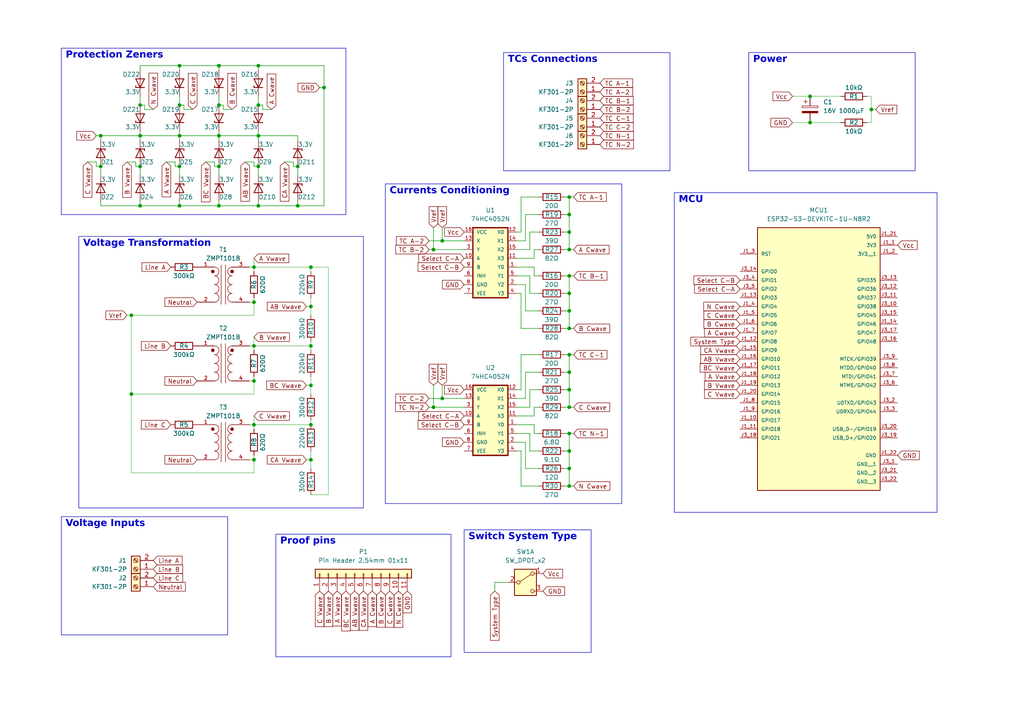
<source format=kicad_sch>
(kicad_sch (version 20230121) (generator eeschema)
  (paper "A4")
  (junction (at 86.36 48.26))
  (junction (at 165.1 140.97))
  (junction (at 165.1 80.01))
  (junction (at 165.1 118.11))
  (junction (at 38.1 91.44))
  (junction (at 93.98 25.4))
  (junction (at 128.27 69.85))
  (junction (at 74.93 19.05))
  (junction (at 90.17 88.9))
  (junction (at 74.93 39.37))
  (junction (at 165.1 85.09))
  (junction (at 40.64 39.37))
  (junction (at 165.1 113.03))
  (junction (at 90.17 111.76))
  (junction (at 165.1 107.95))
  (junction (at 165.1 135.89))
  (junction (at 52.07 39.37))
  (junction (at 52.07 48.26))
  (junction (at 73.66 123.19))
  (junction (at 252.73 31.75))
  (junction (at 29.21 39.37))
  (junction (at 165.1 95.25))
  (junction (at 128.27 115.57))
  (junction (at 74.93 48.26))
  (junction (at 125.73 118.11))
  (junction (at 63.5 39.37))
  (junction (at 74.93 59.69))
  (junction (at 90.17 133.35))
  (junction (at 29.21 48.26))
  (junction (at 63.5 59.69))
  (junction (at 63.5 19.05))
  (junction (at 165.1 125.73))
  (junction (at 63.5 48.26))
  (junction (at 73.66 77.47))
  (junction (at 165.1 102.87))
  (junction (at 90.17 123.19))
  (junction (at 86.36 59.69))
  (junction (at 73.66 110.49))
  (junction (at 234.95 27.94))
  (junction (at 74.93 30.48))
  (junction (at 125.73 72.39))
  (junction (at 90.17 77.47))
  (junction (at 40.64 48.26))
  (junction (at 90.17 100.33))
  (junction (at 73.66 87.63))
  (junction (at 40.64 59.69))
  (junction (at 73.66 100.33))
  (junction (at 38.1 114.3))
  (junction (at 52.07 30.48))
  (junction (at 165.1 90.17))
  (junction (at 40.64 30.48))
  (junction (at 234.95 35.56))
  (junction (at 165.1 62.23))
  (junction (at 52.07 59.69))
  (junction (at 165.1 72.39))
  (junction (at 165.1 57.15))
  (junction (at 63.5 30.48))
  (junction (at 165.1 67.31))
  (junction (at 73.66 133.35))
  (junction (at 52.07 19.05))
  (junction (at 165.1 130.81))
  (wire (pts (xy 124.46 72.39) (xy 125.73 72.39)))
  (wire (pts (xy 143.51 171.45) (xy 143.51 168.91)))
  (wire (pts (xy 73.66 109.22) (xy 73.66 110.49)) (stroke (width 0.1)))
  (wire (pts (xy 153.67 130.81) (xy 156.21 130.81)))
  (wire (pts (xy 74.93 30.48) (xy 74.93 27.94)))
  (wire (pts (xy 40.64 39.37) (xy 40.64 40.64)))
  (wire (pts (xy 165.1 140.97) (xy 163.83 140.97)))
  (wire (pts (xy 165.1 113.03) (xy 163.83 113.03)))
  (wire (pts (xy 165.1 107.95) (xy 165.1 113.03)))
  (wire (pts (xy 72.39 133.35) (xy 73.66 133.35)) (stroke (width 0.1)))
  (wire (pts (xy 50.8 48.26) (xy 52.07 48.26)))
  (wire (pts (xy 149.86 118.11) (xy 153.67 118.11)))
  (wire (pts (xy 95.25 143.51) (xy 90.17 143.51)) (stroke (width 0.1)))
  (wire (pts (xy 165.1 125.73) (xy 165.1 130.81)))
  (wire (pts (xy 90.17 86.36) (xy 90.17 88.9)) (stroke (width 0.1)))
  (wire (pts (xy 152.4 82.55) (xy 152.4 90.17)))
  (wire (pts (xy 50.8 46.99) (xy 50.8 48.26)))
  (wire (pts (xy 152.4 115.57) (xy 152.4 107.95)))
  (wire (pts (xy 151.13 67.31) (xy 151.13 57.15)))
  (wire (pts (xy 153.67 67.31) (xy 156.21 67.31)))
  (wire (pts (xy 74.93 39.37) (xy 86.36 39.37)))
  (wire (pts (xy 73.66 97.79) (xy 73.66 100.33)) (stroke (width 0.1)))
  (wire (pts (xy 149.86 74.93) (xy 154.94 74.93)))
  (wire (pts (xy 29.21 58.42) (xy 29.21 59.69)))
  (wire (pts (xy 40.64 58.42) (xy 40.64 59.69)))
  (wire (pts (xy 93.98 25.4) (xy 93.98 19.05)))
  (wire (pts (xy 128.27 66.04) (xy 128.27 69.85)))
  (wire (pts (xy 73.66 124.46) (xy 73.66 123.19)) (stroke (width 0.1)))
  (wire (pts (xy 152.4 107.95) (xy 156.21 107.95)))
  (wire (pts (xy 124.46 118.11) (xy 125.73 118.11)))
  (wire (pts (xy 165.1 102.87) (xy 165.1 107.95)))
  (wire (pts (xy 149.86 120.65) (xy 154.94 120.65)))
  (wire (pts (xy 165.1 95.25) (xy 163.83 95.25)))
  (wire (pts (xy 154.94 72.39) (xy 156.21 72.39)))
  (wire (pts (xy 252.73 35.56) (xy 251.46 35.56)) (stroke (width 0.1)))
  (wire (pts (xy 165.1 62.23) (xy 163.83 62.23)))
  (wire (pts (xy 165.1 130.81) (xy 163.83 130.81)))
  (wire (pts (xy 165.1 67.31) (xy 163.83 67.31)))
  (wire (pts (xy 90.17 77.47) (xy 95.25 77.47)) (stroke (width 0.1)))
  (wire (pts (xy 152.4 135.89) (xy 156.21 135.89)))
  (wire (pts (xy 149.86 128.27) (xy 152.4 128.27)))
  (wire (pts (xy 82.55 46.99) (xy 85.09 46.99)))
  (wire (pts (xy 153.67 118.11) (xy 153.67 113.03)))
  (wire (pts (xy 149.86 113.03) (xy 151.13 113.03)))
  (wire (pts (xy 73.66 120.65) (xy 73.66 123.19)) (stroke (width 0.1)))
  (wire (pts (xy 64.77 30.48) (xy 63.5 30.48)))
  (wire (pts (xy 73.66 86.36) (xy 73.66 87.63)) (stroke (width 0.1)))
  (wire (pts (xy 90.17 111.76) (xy 90.17 114.3)) (stroke (width 0.1)))
  (wire (pts (xy 163.83 102.87) (xy 165.1 102.87)))
  (wire (pts (xy 149.86 72.39) (xy 153.67 72.39)))
  (wire (pts (xy 154.94 74.93) (xy 154.94 72.39)))
  (wire (pts (xy 229.87 35.56) (xy 234.95 35.56)) (stroke (width 0.1)))
  (wire (pts (xy 38.1 114.3) (xy 38.1 137.16)) (stroke (width 0.1)))
  (wire (pts (xy 88.9 88.9) (xy 90.17 88.9)) (stroke (width 0.1)))
  (wire (pts (xy 73.66 123.19) (xy 90.17 123.19)) (stroke (width 0.1)))
  (wire (pts (xy 151.13 113.03) (xy 151.13 102.87)))
  (wire (pts (xy 165.1 118.11) (xy 163.83 118.11)))
  (wire (pts (xy 88.9 111.76) (xy 90.17 111.76)) (stroke (width 0.1)))
  (wire (pts (xy 72.39 77.47) (xy 73.66 77.47)) (stroke (width 0.1)))
  (wire (pts (xy 143.51 168.91) (xy 147.32 168.91)))
  (wire (pts (xy 29.21 40.64) (xy 29.21 39.37)))
  (wire (pts (xy 38.1 91.44) (xy 38.1 114.3)) (stroke (width 0.1)))
  (wire (pts (xy 151.13 85.09) (xy 151.13 95.25)))
  (wire (pts (xy 73.66 87.63) (xy 73.66 91.44)) (stroke (width 0.1)))
  (wire (pts (xy 154.94 77.47) (xy 154.94 80.01)))
  (wire (pts (xy 252.73 27.94) (xy 252.73 31.75)) (stroke (width 0.1)))
  (wire (pts (xy 153.67 80.01) (xy 153.67 85.09)))
  (wire (pts (xy 44.45 31.75) (xy 41.91 31.75)))
  (wire (pts (xy 165.1 80.01) (xy 165.1 85.09)))
  (wire (pts (xy 151.13 130.81) (xy 151.13 140.97)))
  (wire (pts (xy 95.25 77.47) (xy 95.25 143.51)) (stroke (width 0.1)))
  (wire (pts (xy 90.17 109.22) (xy 90.17 111.76)) (stroke (width 0.1)))
  (wire (pts (xy 93.98 19.05) (xy 74.93 19.05)))
  (wire (pts (xy 90.17 77.47) (xy 90.17 78.74)) (stroke (width 0.1)))
  (wire (pts (xy 165.1 90.17) (xy 163.83 90.17)))
  (wire (pts (xy 165.1 72.39) (xy 163.83 72.39)))
  (wire (pts (xy 165.1 118.11) (xy 166.37 118.11)))
  (wire (pts (xy 90.17 133.35) (xy 90.17 135.89)) (stroke (width 0.1)))
  (wire (pts (xy 153.67 125.73) (xy 153.67 130.81)))
  (wire (pts (xy 29.21 39.37) (xy 40.64 39.37)))
  (wire (pts (xy 165.1 57.15) (xy 163.83 57.15)))
  (wire (pts (xy 73.66 132.08) (xy 73.66 133.35)) (stroke (width 0.1)))
  (wire (pts (xy 124.46 69.85) (xy 128.27 69.85)))
  (wire (pts (xy 73.66 101.6) (xy 73.66 100.33)) (stroke (width 0.1)))
  (wire (pts (xy 125.73 72.39) (xy 134.62 72.39)))
  (wire (pts (xy 40.64 38.1) (xy 40.64 39.37)))
  (wire (pts (xy 165.1 107.95) (xy 163.83 107.95)))
  (wire (pts (xy 73.66 77.47) (xy 90.17 77.47)) (stroke (width 0.1)))
  (wire (pts (xy 36.83 46.99) (xy 39.37 46.99)))
  (wire (pts (xy 63.5 19.05) (xy 52.07 19.05)))
  (wire (pts (xy 73.66 78.74) (xy 73.66 77.47)) (stroke (width 0.1)))
  (wire (pts (xy 41.91 30.48) (xy 40.64 30.48)))
  (wire (pts (xy 252.73 31.75) (xy 252.73 35.56)) (stroke (width 0.1)))
  (wire (pts (xy 90.17 99.06) (xy 90.17 100.33)) (stroke (width 0.1)))
  (wire (pts (xy 165.1 62.23) (xy 165.1 57.15)))
  (wire (pts (xy 67.31 31.75) (xy 64.77 31.75)))
  (wire (pts (xy 76.2 30.48) (xy 74.93 30.48)))
  (wire (pts (xy 90.17 123.19) (xy 90.17 121.92)) (stroke (width 0.1)))
  (wire (pts (xy 74.93 38.1) (xy 74.93 39.37)))
  (wire (pts (xy 152.4 69.85) (xy 152.4 62.23)))
  (wire (pts (xy 63.5 58.42) (xy 63.5 59.69)))
  (wire (pts (xy 88.9 133.35) (xy 90.17 133.35)) (stroke (width 0.1)))
  (wire (pts (xy 165.1 85.09) (xy 163.83 85.09)))
  (wire (pts (xy 165.1 80.01) (xy 163.83 80.01)))
  (wire (pts (xy 165.1 140.97) (xy 166.37 140.97)))
  (wire (pts (xy 86.36 39.37) (xy 86.36 40.64)))
  (wire (pts (xy 52.07 30.48) (xy 52.07 27.94)))
  (wire (pts (xy 53.34 31.75) (xy 53.34 30.48)))
  (wire (pts (xy 149.86 130.81) (xy 151.13 130.81)))
  (wire (pts (xy 74.93 59.69) (xy 86.36 59.69)))
  (wire (pts (xy 74.93 58.42) (xy 74.93 59.69)))
  (wire (pts (xy 125.73 118.11) (xy 134.62 118.11)))
  (wire (pts (xy 163.83 125.73) (xy 165.1 125.73)))
  (wire (pts (xy 85.09 46.99) (xy 85.09 48.26)))
  (wire (pts (xy 74.93 19.05) (xy 63.5 19.05)))
  (wire (pts (xy 149.86 67.31) (xy 151.13 67.31)))
  (wire (pts (xy 152.4 62.23) (xy 156.21 62.23)))
  (wire (pts (xy 252.73 31.75) (xy 254 31.75)) (stroke (width 0.1)))
  (wire (pts (xy 52.07 59.69) (xy 63.5 59.69)))
  (wire (pts (xy 154.94 125.73) (xy 156.21 125.73)))
  (wire (pts (xy 55.88 31.75) (xy 53.34 31.75)))
  (wire (pts (xy 90.17 100.33) (xy 90.17 101.6)) (stroke (width 0.1)))
  (wire (pts (xy 149.86 77.47) (xy 154.94 77.47)))
  (wire (pts (xy 63.5 39.37) (xy 74.93 39.37)))
  (wire (pts (xy 151.13 95.25) (xy 156.21 95.25)))
  (wire (pts (xy 38.1 91.44) (xy 36.83 91.44)) (stroke (width 0.1)))
  (wire (pts (xy 165.1 102.87) (xy 166.37 102.87)))
  (wire (pts (xy 149.86 123.19) (xy 154.94 123.19)))
  (wire (pts (xy 151.13 85.09) (xy 149.86 85.09)))
  (wire (pts (xy 52.07 58.42) (xy 52.07 59.69)))
  (wire (pts (xy 62.23 48.26) (xy 63.5 48.26)))
  (wire (pts (xy 72.39 100.33) (xy 73.66 100.33)) (stroke (width 0.1)))
  (wire (pts (xy 151.13 57.15) (xy 156.21 57.15)))
  (wire (pts (xy 74.93 19.05) (xy 74.93 20.32)))
  (wire (pts (xy 40.64 39.37) (xy 52.07 39.37)))
  (wire (pts (xy 152.4 90.17) (xy 156.21 90.17)))
  (wire (pts (xy 29.21 59.69) (xy 40.64 59.69)))
  (wire (pts (xy 149.86 80.01) (xy 153.67 80.01)))
  (wire (pts (xy 128.27 69.85) (xy 134.62 69.85)))
  (wire (pts (xy 154.94 80.01) (xy 156.21 80.01)))
  (wire (pts (xy 52.07 19.05) (xy 52.07 20.32)))
  (wire (pts (xy 73.66 114.3) (xy 73.66 110.49)) (stroke (width 0.1)))
  (wire (pts (xy 152.4 128.27) (xy 152.4 135.89)))
  (wire (pts (xy 165.1 72.39) (xy 166.37 72.39)))
  (wire (pts (xy 128.27 111.76) (xy 128.27 115.57)))
  (wire (pts (xy 90.17 88.9) (xy 90.17 91.44)) (stroke (width 0.1)))
  (wire (pts (xy 125.73 66.04) (xy 125.73 72.39)))
  (wire (pts (xy 234.95 35.56) (xy 243.84 35.56)) (stroke (width 0.1)))
  (wire (pts (xy 86.36 59.69) (xy 93.98 59.69)))
  (wire (pts (xy 149.86 82.55) (xy 152.4 82.55)))
  (wire (pts (xy 151.13 140.97) (xy 156.21 140.97)))
  (wire (pts (xy 166.37 80.01) (xy 165.1 80.01)))
  (wire (pts (xy 153.67 113.03) (xy 156.21 113.03)))
  (wire (pts (xy 124.46 115.57) (xy 128.27 115.57)))
  (wire (pts (xy 72.39 123.19) (xy 73.66 123.19)) (stroke (width 0.1)))
  (wire (pts (xy 52.07 48.26) (xy 52.07 50.8)))
  (wire (pts (xy 73.66 91.44) (xy 38.1 91.44)) (stroke (width 0.1)))
  (wire (pts (xy 73.66 100.33) (xy 90.17 100.33)) (stroke (width 0.1)))
  (wire (pts (xy 149.86 69.85) (xy 152.4 69.85)))
  (wire (pts (xy 48.26 46.99) (xy 50.8 46.99)))
  (wire (pts (xy 52.07 19.05) (xy 40.64 19.05)))
  (wire (pts (xy 165.1 125.73) (xy 166.37 125.73)))
  (wire (pts (xy 71.12 46.99) (xy 73.66 46.99)))
  (wire (pts (xy 86.36 59.69) (xy 86.36 58.42)))
  (wire (pts (xy 85.09 48.26) (xy 86.36 48.26)))
  (wire (pts (xy 165.1 113.03) (xy 165.1 118.11)))
  (wire (pts (xy 153.67 72.39) (xy 153.67 67.31)))
  (wire (pts (xy 165.1 95.25) (xy 166.37 95.25)))
  (wire (pts (xy 39.37 48.26) (xy 40.64 48.26)))
  (wire (pts (xy 73.66 137.16) (xy 73.66 133.35)) (stroke (width 0.1)))
  (wire (pts (xy 27.94 48.26) (xy 29.21 48.26)))
  (wire (pts (xy 165.1 85.09) (xy 165.1 90.17)))
  (wire (pts (xy 29.21 48.26) (xy 29.21 50.8)))
  (wire (pts (xy 63.5 59.69) (xy 74.93 59.69)))
  (wire (pts (xy 73.66 74.93) (xy 73.66 77.47)) (stroke (width 0.1)))
  (wire (pts (xy 153.67 85.09) (xy 156.21 85.09)))
  (wire (pts (xy 63.5 19.05) (xy 63.5 20.32)))
  (wire (pts (xy 86.36 48.26) (xy 86.36 50.8)))
  (wire (pts (xy 165.1 62.23) (xy 165.1 67.31)))
  (wire (pts (xy 25.4 46.99) (xy 27.94 46.99)))
  (wire (pts (xy 27.94 46.99) (xy 27.94 48.26)))
  (wire (pts (xy 39.37 46.99) (xy 39.37 48.26)))
  (wire (pts (xy 165.1 67.31) (xy 165.1 72.39)))
  (wire (pts (xy 63.5 38.1) (xy 63.5 39.37)))
  (wire (pts (xy 90.17 130.81) (xy 90.17 133.35)) (stroke (width 0.1)))
  (wire (pts (xy 40.64 19.05) (xy 40.64 20.32)))
  (wire (pts (xy 154.94 123.19) (xy 154.94 125.73)))
  (wire (pts (xy 40.64 30.48) (xy 40.64 27.94)))
  (wire (pts (xy 63.5 30.48) (xy 63.5 27.94)))
  (wire (pts (xy 40.64 59.69) (xy 52.07 59.69)))
  (wire (pts (xy 52.07 38.1) (xy 52.07 39.37)))
  (wire (pts (xy 52.07 39.37) (xy 63.5 39.37)))
  (wire (pts (xy 165.1 90.17) (xy 165.1 95.25)))
  (wire (pts (xy 151.13 102.87) (xy 156.21 102.87)))
  (wire (pts (xy 149.86 115.57) (xy 152.4 115.57)))
  (wire (pts (xy 73.66 48.26) (xy 74.93 48.26)))
  (wire (pts (xy 63.5 39.37) (xy 63.5 40.64)))
  (wire (pts (xy 53.34 30.48) (xy 52.07 30.48)))
  (wire (pts (xy 38.1 137.16) (xy 73.66 137.16)) (stroke (width 0.1)))
  (wire (pts (xy 93.98 25.4) (xy 92.71 25.4)))
  (wire (pts (xy 72.39 110.49) (xy 73.66 110.49)) (stroke (width 0.1)))
  (wire (pts (xy 62.23 46.99) (xy 62.23 48.26)))
  (wire (pts (xy 40.64 48.26) (xy 40.64 50.8)))
  (wire (pts (xy 165.1 135.89) (xy 163.83 135.89)))
  (wire (pts (xy 252.73 27.94) (xy 251.46 27.94)) (stroke (width 0.1)))
  (wire (pts (xy 229.87 27.94) (xy 234.95 27.94)) (stroke (width 0.1)))
  (wire (pts (xy 41.91 31.75) (xy 41.91 30.48)))
  (wire (pts (xy 38.1 114.3) (xy 73.66 114.3)) (stroke (width 0.1)))
  (wire (pts (xy 52.07 39.37) (xy 52.07 40.64)))
  (wire (pts (xy 72.39 87.63) (xy 73.66 87.63)) (stroke (width 0.1)))
  (wire (pts (xy 234.95 27.94) (xy 243.84 27.94)) (stroke (width 0.1)))
  (wire (pts (xy 149.86 125.73) (xy 153.67 125.73)))
  (wire (pts (xy 128.27 115.57) (xy 134.62 115.57)))
  (wire (pts (xy 165.1 135.89) (xy 165.1 140.97)))
  (wire (pts (xy 64.77 31.75) (xy 64.77 30.48)))
  (wire (pts (xy 59.69 46.99) (xy 62.23 46.99)))
  (wire (pts (xy 166.37 57.15) (xy 165.1 57.15)))
  (wire (pts (xy 93.98 25.4) (xy 93.98 59.69)))
  (wire (pts (xy 63.5 48.26) (xy 63.5 50.8)))
  (wire (pts (xy 76.2 31.75) (xy 76.2 30.48)))
  (wire (pts (xy 74.93 39.37) (xy 74.93 40.64)))
  (wire (pts (xy 74.93 48.26) (xy 74.93 50.8)))
  (wire (pts (xy 125.73 111.76) (xy 125.73 118.11)))
  (wire (pts (xy 73.66 46.99) (xy 73.66 48.26)))
  (wire (pts (xy 78.74 31.75) (xy 76.2 31.75)))
  (wire (pts (xy 165.1 130.81) (xy 165.1 135.89)))
  (wire (pts (xy 154.94 118.11) (xy 156.21 118.11)))
  (wire (pts (xy 154.94 120.65) (xy 154.94 118.11)))
  (wire (pts (xy 27.94 39.37) (xy 29.21 39.37)))
  (rectangle (start 195.58 55.88) (end 271.78 148.59))
  (rectangle (start 146.05 15.24) (end 194.31 49.53))
  (rectangle (start 217.17 15.24) (end 265.43 49.53))
  (rectangle (start 80.01 154.94) (end 130.81 190.5))
  (rectangle (start 111.76 53.34) (end 180.34 146.05))
  (rectangle (start 17.78 149.86) (end 66.04 184.15))
  (rectangle (start 17.78 13.97) (end 100.33 62.23))
  (rectangle (start 22.86 68.58) (end 105.41 147.32))
  (rectangle (start 134.62 153.67) (end 171.45 189.23))
  (text "MCU" (at 196.85 59.69 0) (effects (font (size 2 2) (thickness 0.254) bold) (justify left bottom)))
  (text "Power" (at 218.44 19.05 0) (effects (font (size 2 2) (thickness 0.254) bold) (justify left bottom)))
  (text "Voltage Inputs" (at 19.05 153.67 0) (effects (font (size 2 2) (thickness 0.254) bold) (justify left bottom)))
  (text "Protection Zeners" (at 19.05 17.78 0) (effects (font (size 2 2) (thickness 0.254) bold) (justify left bottom)))
  (text "Voltage Transformation\n" (at 24.13 72.39 0) (effects (font (size 2 2) (thickness 0.254) bold) (justify left bottom)))
  (text "Switch System Type" (at 135.89 157.48 0) (effects (font (size 2 2) (thickness 0.254) bold) (justify left bottom)))
  (text "TCs Connections" (at 147.32 19.05 0) (effects (font (size 2 2) (thickness 0.254) bold) (justify left bottom)))
  (text "Proof pins" (at 81.28 158.75 0) (effects (font (size 2 2) (thickness 0.254) bold) (justify left bottom)))
  (text "Currents Conditioning" (at 113.03 57.15 0) (effects (font (size 2 2) (thickness 0.254) bold) (justify left bottom)))
  (global_label "Vcc" (shape input) (at 134.62 67.31 180) (property "Intersheetrefs" "${INTERSHEET_REFS}" (effects hide)))
  (global_label "Vcc" (shape input) (at 229.87 27.94 180) (property "Intersheetrefs" "${INTERSHEET_REFS}" (effects hide)))
  (global_label "Vcc" (shape input) (at 157.48 166.37 0) (property "Intersheetrefs" "${INTERSHEET_REFS}" (effects hide)))
  (global_label "AB Vwave" (shape input) (at 214.63 104.14 180) (property "Intersheetrefs" "${INTERSHEET_REFS}" (effects hide)))
  (global_label "Neutral" (shape input) (at 44.45 170.18 0) (property "Intersheetrefs" "${INTERSHEET_REFS}" (effects hide)))
  (global_label "GND" (shape input) (at 118.11 171.45 270) (property "Intersheetrefs" "${INTERSHEET_REFS}" (effects hide)))
  (global_label "Vref" (shape input) (at 125.73 66.04 90) (property "Intersheetrefs" "${INTERSHEET_REFS}" (effects hide)))
  (global_label "A Vwave" (shape input) (at 48.26 46.99 270) (property "Intersheetrefs" "${INTERSHEET_REFS}" (effects hide)))
  (global_label "N Cwave" (shape input) (at 44.45 31.75 90) (property "Intersheetrefs" "${INTERSHEET_REFS}" (effects hide)))
  (global_label "GND" (shape input) (at 260.35 132.08 0) (property "Intersheetrefs" "${INTERSHEET_REFS}" (effects hide)))
  (global_label "Vref" (shape input) (at 254 31.75 0) (property "Intersheetrefs" "${INTERSHEET_REFS}" (effects hide)))
  (global_label "A Vwave" (shape input) (at 214.63 109.22 180) (property "Intersheetrefs" "${INTERSHEET_REFS}" (effects hide)))
  (global_label "B Cwave" (shape input) (at 166.37 95.25 0) (property "Intersheetrefs" "${INTERSHEET_REFS}" (effects hide)))
  (global_label "C Vwave" (shape input) (at 25.4 46.99 270) (property "Intersheetrefs" "${INTERSHEET_REFS}" (effects hide)))
  (global_label "Line C" (shape input) (at 44.45 167.64 0) (property "Intersheetrefs" "${INTERSHEET_REFS}" (effects hide)))
  (global_label "Vref" (shape input) (at 128.27 111.76 90) (property "Intersheetrefs" "${INTERSHEET_REFS}" (effects hide)))
  (global_label "Vref" (shape input) (at 36.83 91.44 180) (property "Intersheetrefs" "${INTERSHEET_REFS}" (effects hide)))
  (global_label "TC C-1" (shape input) (at 173.99 34.29 0) (property "Intersheetrefs" "${INTERSHEET_REFS}" (effects hide)))
  (global_label "C Vwave" (shape input) (at 73.66 120.65 0) (property "Intersheetrefs" "${INTERSHEET_REFS}" (effects hide)))
  (global_label "C Vwave" (shape input) (at 92.71 171.45 270) (property "Intersheetrefs" "${INTERSHEET_REFS}" (effects hide)))
  (global_label "TC N-2" (shape input) (at 173.99 41.91 0) (property "Intersheetrefs" "${INTERSHEET_REFS}" (effects hide)))
  (global_label "A Cwave" (shape input) (at 214.63 96.52 180) (property "Intersheetrefs" "${INTERSHEET_REFS}" (effects hide)))
  (global_label "Select C-B" (shape input) (at 134.62 123.19 180) (property "Intersheetrefs" "${INTERSHEET_REFS}" (effects hide)))
  (global_label "AB Vwave" (shape input) (at 71.12 46.99 270) (property "Intersheetrefs" "${INTERSHEET_REFS}" (effects hide)))
  (global_label "Select C-B" (shape input) (at 214.63 81.28 180) (property "Intersheetrefs" "${INTERSHEET_REFS}" (effects hide)))
  (global_label "Line C" (shape input) (at 49.53 123.19 180) (property "Intersheetrefs" "${INTERSHEET_REFS}" (effects hide)))
  (global_label "CA Vwave" (shape input) (at 105.41 171.45 270) (property "Intersheetrefs" "${INTERSHEET_REFS}" (effects hide)))
  (global_label "Select C-B" (shape input) (at 134.62 77.47 180) (property "Intersheetrefs" "${INTERSHEET_REFS}" (effects hide)))
  (global_label "B Vwave" (shape input) (at 36.83 46.99 270) (property "Intersheetrefs" "${INTERSHEET_REFS}" (effects hide)))
  (global_label "A Vwave" (shape input) (at 97.79 171.45 270) (property "Intersheetrefs" "${INTERSHEET_REFS}" (effects hide)))
  (global_label "N Cwave" (shape input) (at 115.57 171.45 270) (property "Intersheetrefs" "${INTERSHEET_REFS}" (effects hide)))
  (global_label "N Cwave" (shape input) (at 166.37 140.97 0) (property "Intersheetrefs" "${INTERSHEET_REFS}" (effects hide)))
  (global_label "C Cwave" (shape input) (at 166.37 118.11 0) (property "Intersheetrefs" "${INTERSHEET_REFS}" (effects hide)))
  (global_label "Vref" (shape input) (at 128.27 66.04 90) (property "Intersheetrefs" "${INTERSHEET_REFS}" (effects hide)))
  (global_label "GND" (shape input) (at 134.62 128.27 180) (property "Intersheetrefs" "${INTERSHEET_REFS}" (effects hide)))
  (global_label "A Cwave" (shape input) (at 78.74 31.75 90) (property "Intersheetrefs" "${INTERSHEET_REFS}" (effects hide)))
  (global_label "Select C-A" (shape input) (at 214.63 83.82 180) (property "Intersheetrefs" "${INTERSHEET_REFS}" (effects hide)))
  (global_label "A Vwave" (shape input) (at 73.66 74.93 0) (property "Intersheetrefs" "${INTERSHEET_REFS}" (effects hide)))
  (global_label "CA Vwave" (shape input) (at 82.55 46.99 270) (property "Intersheetrefs" "${INTERSHEET_REFS}" (effects hide)))
  (global_label "TC B-2" (shape input) (at 124.46 72.39 180) (property "Intersheetrefs" "${INTERSHEET_REFS}" (effects hide)))
  (global_label "Neutral" (shape input) (at 57.15 110.49 180) (property "Intersheetrefs" "${INTERSHEET_REFS}" (effects hide)))
  (global_label "Neutral" (shape input) (at 57.15 87.63 180) (property "Intersheetrefs" "${INTERSHEET_REFS}" (effects hide)))
  (global_label "Line B" (shape input) (at 49.53 100.33 180) (property "Intersheetrefs" "${INTERSHEET_REFS}" (effects hide)))
  (global_label "AB Vwave" (shape input) (at 88.9 88.9 180) (property "Intersheetrefs" "${INTERSHEET_REFS}" (effects hide)))
  (global_label "A Cwave" (shape input) (at 166.37 72.39 0) (property "Intersheetrefs" "${INTERSHEET_REFS}" (effects hide)))
  (global_label "TC A-2" (shape input) (at 173.99 26.67 0) (property "Intersheetrefs" "${INTERSHEET_REFS}" (effects hide)))
  (global_label "AB Vwave" (shape input) (at 102.87 171.45 270) (property "Intersheetrefs" "${INTERSHEET_REFS}" (effects hide)))
  (global_label "System Type" (shape input) (at 143.51 171.45 270) (property "Intersheetrefs" "${INTERSHEET_REFS}" (effects hide)))
  (global_label "BC Vwave" (shape input) (at 100.33 171.45 270) (property "Intersheetrefs" "${INTERSHEET_REFS}" (effects hide)))
  (global_label "BC Vwave" (shape input) (at 214.63 106.68 180) (property "Intersheetrefs" "${INTERSHEET_REFS}" (effects hide)))
  (global_label "B Vwave" (shape input) (at 214.63 111.76 180) (property "Intersheetrefs" "${INTERSHEET_REFS}" (effects hide)))
  (global_label "Vcc" (shape input) (at 260.35 71.12 0) (property "Intersheetrefs" "${INTERSHEET_REFS}" (effects hide)))
  (global_label "CA Vwave" (shape input) (at 214.63 101.6 180) (property "Intersheetrefs" "${INTERSHEET_REFS}" (effects hide)))
  (global_label "B Vwave" (shape input) (at 73.66 97.79 0) (property "Intersheetrefs" "${INTERSHEET_REFS}" (effects hide)))
  (global_label "TC C-2" (shape input) (at 173.99 36.83 0) (property "Intersheetrefs" "${INTERSHEET_REFS}" (effects hide)))
  (global_label "B Cwave" (shape input) (at 67.31 31.75 90) (property "Intersheetrefs" "${INTERSHEET_REFS}" (effects hide)))
  (global_label "C Cwave" (shape input) (at 214.63 91.44 180) (property "Intersheetrefs" "${INTERSHEET_REFS}" (effects hide)))
  (global_label "Line B" (shape input) (at 44.45 165.1 0) (property "Intersheetrefs" "${INTERSHEET_REFS}" (effects hide)))
  (global_label "Vcc" (shape input) (at 27.94 39.37 180) (property "Intersheetrefs" "${INTERSHEET_REFS}" (effects hide)))
  (global_label "B Cwave" (shape input) (at 110.49 171.45 270) (property "Intersheetrefs" "${INTERSHEET_REFS}" (effects hide)))
  (global_label "TC A-2" (shape input) (at 124.46 69.85 180) (property "Intersheetrefs" "${INTERSHEET_REFS}" (effects hide)))
  (global_label "Line A" (shape input) (at 49.53 77.47 180) (property "Intersheetrefs" "${INTERSHEET_REFS}" (effects hide)))
  (global_label "GND" (shape input) (at 157.48 171.45 0) (property "Intersheetrefs" "${INTERSHEET_REFS}" (effects hide)))
  (global_label "N Cwave" (shape input) (at 214.63 88.9 180) (property "Intersheetrefs" "${INTERSHEET_REFS}" (effects hide)))
  (global_label "TC B-2" (shape input) (at 173.99 31.75 0) (property "Intersheetrefs" "${INTERSHEET_REFS}" (effects hide)))
  (global_label "TC A-1" (shape input) (at 166.37 57.15 0) (property "Intersheetrefs" "${INTERSHEET_REFS}" (effects hide)))
  (global_label "TC B-1" (shape input) (at 166.37 80.01 0) (property "Intersheetrefs" "${INTERSHEET_REFS}" (effects hide)))
  (global_label "A Cwave" (shape input) (at 107.95 171.45 270) (property "Intersheetrefs" "${INTERSHEET_REFS}" (effects hide)))
  (global_label "TC N-1" (shape input) (at 166.37 125.73 0) (property "Intersheetrefs" "${INTERSHEET_REFS}" (effects hide)))
  (global_label "GND" (shape input) (at 92.71 25.4 180) (property "Intersheetrefs" "${INTERSHEET_REFS}" (effects hide)))
  (global_label "Vref" (shape input) (at 125.73 111.76 90) (property "Intersheetrefs" "${INTERSHEET_REFS}" (effects hide)))
  (global_label "C Vwave" (shape input) (at 214.63 114.3 180) (property "Intersheetrefs" "${INTERSHEET_REFS}" (effects hide)))
  (global_label "Vcc" (shape input) (at 134.62 113.03 180) (property "Intersheetrefs" "${INTERSHEET_REFS}" (effects hide)))
  (global_label "B Cwave" (shape input) (at 214.63 93.98 180) (property "Intersheetrefs" "${INTERSHEET_REFS}" (effects hide)))
  (global_label "TC C-2" (shape input) (at 124.46 115.57 180) (property "Intersheetrefs" "${INTERSHEET_REFS}" (effects hide)))
  (global_label "TC B-1" (shape input) (at 173.99 29.21 0) (property "Intersheetrefs" "${INTERSHEET_REFS}" (effects hide)))
  (global_label "System Type" (shape input) (at 214.63 99.06 180) (property "Intersheetrefs" "${INTERSHEET_REFS}" (effects hide)))
  (global_label "B Vwave" (shape input) (at 95.25 171.45 270) (property "Intersheetrefs" "${INTERSHEET_REFS}" (effects hide)))
  (global_label "CA Vwave" (shape input) (at 88.9 133.35 180) (property "Intersheetrefs" "${INTERSHEET_REFS}" (effects hide)))
  (global_label "Line A" (shape input) (at 44.45 162.56 0) (property "Intersheetrefs" "${INTERSHEET_REFS}" (effects hide)))
  (global_label "Neutral" (shape input) (at 57.15 133.35 180) (property "Intersheetrefs" "${INTERSHEET_REFS}" (effects hide)))
  (global_label "BC Vwave" (shape input) (at 88.9 111.76 180) (property "Intersheetrefs" "${INTERSHEET_REFS}" (effects hide)))
  (global_label "Select C-A" (shape input) (at 134.62 120.65 180) (property "Intersheetrefs" "${INTERSHEET_REFS}" (effects hide)))
  (global_label "TC C-1" (shape input) (at 166.37 102.87 0) (property "Intersheetrefs" "${INTERSHEET_REFS}" (effects hide)))
  (global_label "C Cwave" (shape input) (at 113.03 171.45 270) (property "Intersheetrefs" "${INTERSHEET_REFS}" (effects hide)))
  (global_label "TC N-2" (shape input) (at 124.46 118.11 180) (property "Intersheetrefs" "${INTERSHEET_REFS}" (effects hide)))
  (global_label "GND" (shape input) (at 134.62 82.55 180) (property "Intersheetrefs" "${INTERSHEET_REFS}" (effects hide)))
  (global_label "GND" (shape input) (at 229.87 35.56 180) (property "Intersheetrefs" "${INTERSHEET_REFS}" (effects hide)))
  (global_label "BC Vwave" (shape input) (at 59.69 46.99 270) (property "Intersheetrefs" "${INTERSHEET_REFS}" (effects hide)))
  (global_label "Select C-A" (shape input) (at 134.62 74.93 180) (property "Intersheetrefs" "${INTERSHEET_REFS}" (effects hide)))
  (global_label "C Cwave" (shape input) (at 55.88 31.75 90) (property "Intersheetrefs" "${INTERSHEET_REFS}" (effects hide)))
  (global_label "TC A-1" (shape input) (at 173.99 24.13 0) (property "Intersheetrefs" "${INTERSHEET_REFS}" (effects hide)))
  (global_label "TC N-1" (shape input) (at 173.99 39.37 0) (property "Intersheetrefs" "${INTERSHEET_REFS}" (effects hide)))
  (symbol (lib_id "Device:D_Zener") (at 63.5 44.45 270) (unit 1)
    (property "Reference" "DZ7" (at 63.5 46.99 90) (effects (justify left)))
    (property "Value" "3.3V" (at 63.5 41.91 90) (effects (justify left)))
    (property "Footprint" "Diode_THT:D_DO-34_SOD68_P7.62mm_Horizontal" (effects hide))
  )
  (symbol (lib_id "Device:R") (at 90.17 127 180) (unit 1)
    (property "Reference" "R13" (at 90.17 127 90))
    (property "Value" "220kΩ" (at 87.63 127 90))
    (property "Footprint" "Resistor_THT:R_Axial_DIN0207_L6.3mm_D2.5mm_P10.16mm_Horizontal" (effects hide))
  )
  (symbol (lib_id "Device:R") (at 160.02 102.87 270) (unit 1)
    (property "Reference" "R17" (at 160.02 102.87 90))
    (property "Value" "20Ω" (at 160.02 105.41 90))
    (property "Footprint" "Resistor_THT:R_Axial_DIN0207_L6.3mm_D2.5mm_P10.16mm_Horizontal" (effects hide))
  )
  (symbol (lib_id "Device:R") (at 160.02 80.01 270) (unit 1)
    (property "Reference" "R16" (at 160.02 80.01 90))
    (property "Value" "20Ω" (at 160.02 82.55 90))
    (property "Footprint" "Resistor_THT:R_Axial_DIN0207_L6.3mm_D2.5mm_P10.16mm_Horizontal" (effects hide))
  )
  (symbol (lib_id "Device:R") (at 247.65 27.94 90) (unit 1)
    (property "Reference" "R1" (at 247.65 27.94 90))
    (property "Value" "10kΩ" (at 247.65 25.4 90))
    (property "Footprint" "Resistor_THT:R_Axial_DIN0207_L6.3mm_D2.5mm_P10.16mm_Horizontal" (effects hide))
  )
  (symbol (lib_id "Connector:Screw_Terminal_01x02") (at 168.91 31.75 180) (unit 1)
    (property "Reference" "J4" (at 165.1 29.21 0))
    (property "Value" "KF301-2P" (at 161.29 31.75 0))
    (property "Footprint" "TerminalBlock:TerminalBlock_bornier-2_P5.08mm" (effects hide))
  )
  (symbol (lib_id "Device:D_Zener") (at 52.07 44.45 270) (unit 1)
    (property "Reference" "DZ5" (at 52.07 46.99 90) (effects (justify left)))
    (property "Value" "3.3V" (at 52.07 41.91 90) (effects (justify left)))
    (property "Footprint" "Diode_THT:D_DO-34_SOD68_P7.62mm_Horizontal" (effects hide))
  )
  (symbol (lib_id "Device:R") (at 53.34 100.33 270) (unit 1)
    (property "Reference" "R4" (at 53.34 100.33 90))
    (property "Value" "300kΩ" (at 53.34 102.87 90))
    (property "Footprint" "Resistor_THT:R_Axial_DIN0207_L6.3mm_D2.5mm_P10.16mm_Horizontal" (effects hide))
  )
  (symbol (lib_id "ESP32-S3-DEVKITC-1U-N8R2:ESP32-S3-DEVKITC-1U-N8R2") (at 237.49 99.06 0) (unit 1)
    (property "Reference" "MCU1" (at 237.49 60.96 0))
    (property "Value" "ESP32-S3-DEVKITC-1U-N8R2" (at 237.49 63.5 0))
    (property "Footprint" "SnapEDA Library:XCVR_ESP32-S3-DEVKITC-1U-N8R2" (effects hide))
    (property "PARTREV" "5.3" (effects hide))
    (property "STANDARD" "Manufacturer Recommendations" (effects hide))
    (property "MAXIMUM_PACKAGE_HEIGHT" "10.69mm" (effects hide))
    (property "MANUFACTURER" "Espressif" (effects hide))
  )
  (symbol (lib_id "Device:R") (at 90.17 82.55 180) (unit 1)
    (property "Reference" "R9" (at 90.17 82.55 90))
    (property "Value" "220kΩ" (at 87.63 82.55 90))
    (property "Footprint" "Resistor_THT:R_Axial_DIN0207_L6.3mm_D2.5mm_P10.16mm_Horizontal" (effects hide))
  )
  (symbol (lib_id "Device:R") (at 73.66 105.41 0) (unit 1)
    (property "Reference" "R7" (at 73.66 105.41 90))
    (property "Value" "620Ω" (at 76.2 105.41 90))
    (property "Footprint" "Resistor_THT:R_Axial_DIN0207_L6.3mm_D2.5mm_P10.16mm_Horizontal" (effects hide))
  )
  (symbol (lib_id "Device:R") (at 90.17 139.7 180) (unit 1)
    (property "Reference" "R14" (at 90.17 139.7 90))
    (property "Value" "300kΩ" (at 87.63 139.7 90))
    (property "Footprint" "Resistor_THT:R_Axial_DIN0207_L6.3mm_D2.5mm_P10.16mm_Horizontal" (effects hide))
  )
  (symbol (lib_name "ZMPT101B_1") (lib_id "ZMPT101B:ZMPT101B") (at 64.77 82.55 0) (unit 1)
    (property "Reference" "T1" (at 64.77 72.39 0))
    (property "Value" "ZMPT101B" (at 64.77 74.93 0))
    (property "Footprint" "SnapEDA Library:XFMR_ZMPT101B" (effects hide))
    (property "PARTREV" "NA" (effects hide))
    (property "STANDARD" "Manufacturer Recommendations" (effects hide))
    (property "MAXIMUM_PACKAGE_HEIGHT" "18.8mm" (effects hide))
    (property "MANUFACTURER" "Qingxian Zeming Langxi Electronic" (effects hide))
  )
  (symbol (lib_id "Connector:Screw_Terminal_01x02") (at 168.91 41.91 180) (unit 1)
    (property "Reference" "J6" (at 165.1 39.37 0))
    (property "Value" "KF301-2P" (at 161.29 41.91 0))
    (property "Footprint" "TerminalBlock:TerminalBlock_bornier-2_P5.08mm" (effects hide))
  )
  (symbol (lib_id "Device:D_Zener") (at 63.5 24.13 90) (unit 1)
    (property "Reference" "DZ18" (at 63.5 21.59 90) (effects (justify left)))
    (property "Value" "3.3V" (at 63.5 26.67 90) (effects (justify left)))
    (property "Footprint" "Diode_THT:D_DO-34_SOD68_P7.62mm_Horizontal" (effects hide))
  )
  (symbol (lib_id "Device:R") (at 247.65 35.56 270) (unit 1)
    (property "Reference" "R2" (at 247.65 35.56 90))
    (property "Value" "10kΩ" (at 247.65 38.1 90))
    (property "Footprint" "Resistor_THT:R_Axial_DIN0207_L6.3mm_D2.5mm_P10.16mm_Horizontal" (effects hide))
  )
  (symbol (lib_id "Device:D_Zener") (at 74.93 34.29 90) (unit 1)
    (property "Reference" "DZ15" (at 74.93 31.75 90) (effects (justify left)))
    (property "Value" "3.3V" (at 74.93 36.83 90) (effects (justify left)))
    (property "Footprint" "Diode_THT:D_DO-34_SOD68_P7.62mm_Horizontal" (effects hide))
  )
  (symbol (lib_id "Device:D_Zener") (at 86.36 54.61 270) (unit 1)
    (property "Reference" "DZ12" (at 86.36 57.15 90) (effects (justify left)))
    (property "Value" "3.3V" (at 86.36 52.07 90) (effects (justify left)))
    (property "Footprint" "Diode_THT:D_DO-34_SOD68_P7.62mm_Horizontal" (effects hide))
  )
  (symbol (lib_id "Device:D_Zener") (at 40.64 54.61 270) (unit 1)
    (property "Reference" "DZ4" (at 40.64 57.15 90) (effects (justify left)))
    (property "Value" "3.3V" (at 40.64 52.07 90) (effects (justify left)))
    (property "Footprint" "Diode_THT:D_DO-34_SOD68_P7.62mm_Horizontal" (effects hide))
  )
  (symbol (lib_name "ZMPT101B_1") (lib_id "ZMPT101B:ZMPT101B") (at 64.77 105.41 0) (unit 1)
    (property "Reference" "T2" (at 64.77 95.25 0))
    (property "Value" "ZMPT101B" (at 64.77 97.79 0))
    (property "Footprint" "SnapEDA Library:XFMR_ZMPT101B" (effects hide))
    (property "PARTREV" "NA" (effects hide))
    (property "STANDARD" "Manufacturer Recommendations" (effects hide))
    (property "MAXIMUM_PACKAGE_HEIGHT" "18.8mm" (effects hide))
    (property "MANUFACTURER" "Qingxian Zeming Langxi Electronic" (effects hide))
  )
  (symbol (lib_id "Device:D_Zener") (at 74.93 24.13 90) (unit 1)
    (property "Reference" "DZ16" (at 74.93 21.59 90) (effects (justify left)))
    (property "Value" "3.3V" (at 74.93 26.67 90) (effects (justify left)))
    (property "Footprint" "Diode_THT:D_DO-34_SOD68_P7.62mm_Horizontal" (effects hide))
  )
  (symbol (lib_id "Device:R") (at 53.34 123.19 270) (unit 1)
    (property "Reference" "R5" (at 53.34 123.19 90))
    (property "Value" "300kΩ" (at 53.34 125.73 90))
    (property "Footprint" "Resistor_THT:R_Axial_DIN0207_L6.3mm_D2.5mm_P10.16mm_Horizontal" (effects hide))
  )
  (symbol (lib_id "Device:R") (at 160.02 118.11 270) (unit 1)
    (property "Reference" "R29" (at 160.02 118.11 90))
    (property "Value" "82Ω" (at 160.02 120.65 90))
    (property "Footprint" "Resistor_THT:R_Axial_DIN0207_L6.3mm_D2.5mm_P10.16mm_Horizontal" (effects hide))
  )
  (symbol (lib_id "Device:R") (at 90.17 105.41 180) (unit 1)
    (property "Reference" "R11" (at 90.17 105.41 90))
    (property "Value" "220kΩ" (at 87.63 105.41 90))
    (property "Footprint" "Resistor_THT:R_Axial_DIN0207_L6.3mm_D2.5mm_P10.16mm_Horizontal" (effects hide))
  )
  (symbol (lib_id "Device:R") (at 90.17 118.11 180) (unit 1)
    (property "Reference" "R12" (at 90.17 118.11 90))
    (property "Value" "300kΩ" (at 87.63 118.11 90))
    (property "Footprint" "Resistor_THT:R_Axial_DIN0207_L6.3mm_D2.5mm_P10.16mm_Horizontal" (effects hide))
  )
  (symbol (lib_id "74HC4052N:74HC4052N") (at 142.24 120.65 0) (unit 1)
    (property "Reference" "U2" (at 142.24 106.68 0))
    (property "Value" "74HC4052N" (at 142.24 109.22 0))
    (property "Footprint" "SnapEDA Library:DIL16" (effects hide))
    (property "PROD_ID" "IC-09813" (effects hide))
    (property "VALUE" "74HC4052N" (effects hide))
  )
  (symbol (lib_id "Device:D_Zener") (at 29.21 54.61 270) (unit 1)
    (property "Reference" "DZ2" (at 29.21 57.15 90) (effects (justify left)))
    (property "Value" "3.3V" (at 29.21 52.07 90) (effects (justify left)))
    (property "Footprint" "Diode_THT:D_DO-34_SOD68_P7.62mm_Horizontal" (effects hide))
  )
  (symbol (lib_id "Connector:Screw_Terminal_01x02") (at 168.91 36.83 180) (unit 1)
    (property "Reference" "J5" (at 165.1 34.29 0))
    (property "Value" "KF301-2P" (at 161.29 36.83 0))
    (property "Footprint" "TerminalBlock:TerminalBlock_bornier-2_P5.08mm" (effects hide))
  )
  (symbol (lib_id "Device:R") (at 73.66 82.55 0) (unit 1)
    (property "Reference" "R6" (at 73.66 82.55 90))
    (property "Value" "620Ω" (at 76.2 82.55 90))
    (property "Footprint" "Resistor_THT:R_Axial_DIN0207_L6.3mm_D2.5mm_P10.16mm_Horizontal" (effects hide))
  )
  (symbol (lib_id "Device:R") (at 73.66 128.27 0) (unit 1)
    (property "Reference" "R8" (at 73.66 128.27 90))
    (property "Value" "620Ω" (at 76.2 128.27 90))
    (property "Footprint" "Resistor_THT:R_Axial_DIN0207_L6.3mm_D2.5mm_P10.16mm_Horizontal" (effects hide))
  )
  (symbol (lib_id "Device:D_Zener") (at 40.64 34.29 90) (unit 1)
    (property "Reference" "DZ21" (at 40.64 31.75 90) (effects (justify left)))
    (property "Value" "3.3V" (at 40.64 36.83 90) (effects (justify left)))
    (property "Footprint" "Diode_THT:D_DO-34_SOD68_P7.62mm_Horizontal" (effects hide))
  )
  (symbol (lib_id "Device:R") (at 160.02 125.73 270) (unit 1)
    (property "Reference" "R18" (at 160.02 125.73 90))
    (property "Value" "6.8Ω" (at 160.02 128.27 90))
    (property "Footprint" "Resistor_THT:R_Axial_DIN0207_L6.3mm_D2.5mm_P10.16mm_Horizontal" (effects hide))
  )
  (symbol (lib_id "Device:R") (at 160.02 113.03 270) (unit 1)
    (property "Reference" "R25" (at 160.02 113.03 90))
    (property "Value" "39Ω" (at 160.02 115.57 90))
    (property "Footprint" "Resistor_THT:R_Axial_DIN0207_L6.3mm_D2.5mm_P10.16mm_Horizontal" (effects hide))
  )
  (symbol (lib_id "Device:D_Zener") (at 63.5 34.29 90) (unit 1)
    (property "Reference" "DZ17" (at 63.5 31.75 90) (effects (justify left)))
    (property "Value" "3.3V" (at 63.5 36.83 90) (effects (justify left)))
    (property "Footprint" "Diode_THT:D_DO-34_SOD68_P7.62mm_Horizontal" (effects hide))
  )
  (symbol (lib_id "Connector:Screw_Terminal_01x02") (at 168.91 26.67 180) (unit 1)
    (property "Reference" "J3" (at 165.1 24.13 0))
    (property "Value" "KF301-2P" (at 161.29 26.67 0))
    (property "Footprint" "TerminalBlock:TerminalBlock_bornier-2_P5.08mm" (effects hide))
  )
  (symbol (lib_id "Connector:Screw_Terminal_01x02") (at 39.37 165.1 180) (unit 1)
    (property "Reference" "J1" (at 35.56 162.56 0))
    (property "Value" "KF301-2P" (at 31.75 165.1 0))
    (property "Footprint" "TerminalBlock:TerminalBlock_bornier-2_P5.08mm" (effects hide))
  )
  (symbol (lib_id "Device:R") (at 160.02 95.25 270) (unit 1)
    (property "Reference" "R28" (at 160.02 95.25 90))
    (property "Value" "82Ω" (at 160.02 97.79 90))
    (property "Footprint" "Resistor_THT:R_Axial_DIN0207_L6.3mm_D2.5mm_P10.16mm_Horizontal" (effects hide))
  )
  (symbol (lib_id "Device:C_Polarized") (at 234.95 31.75 0) (unit 1)
    (property "Reference" "C1" (at 238.76 29.591 0) (effects (justify left)))
    (property "Value" "16V 1000µF" (at 238.76 32.131 0) (effects (justify left)))
    (property "Footprint" "Capacitor_THT:CP_Radial_D6.3mm_P2.50mm" (effects hide))
  )
  (symbol (lib_id "Switch:SW_DPDT_x2") (at 152.4 168.91 0) (unit 1)
    (property "Reference" "SW1" (at 152.4 160.02 0))
    (property "Value" "SW_DPDT_x2" (at 152.4 162.56 0))
    (property "Footprint" "Connector_PinHeader_2.54mm:PinHeader_1x03_P2.54mm_Vertical" (effects hide))
  )
  (symbol (lib_id "Device:R") (at 160.02 140.97 270) (unit 1)
    (property "Reference" "R30" (at 160.02 140.97 90))
    (property "Value" "27Ω" (at 160.02 143.51 90))
    (property "Footprint" "Resistor_THT:R_Axial_DIN0207_L6.3mm_D2.5mm_P10.16mm_Horizontal" (effects hide))
  )
  (symbol (lib_id "Device:D_Zener") (at 52.07 34.29 90) (unit 1)
    (property "Reference" "DZ19" (at 52.07 31.75 90) (effects (justify left)))
    (property "Value" "3.3V" (at 52.07 36.83 90) (effects (justify left)))
    (property "Footprint" "Diode_THT:D_DO-34_SOD68_P7.62mm_Horizontal" (effects hide))
  )
  (symbol (lib_id "Device:D_Zener") (at 52.07 54.61 270) (unit 1)
    (property "Reference" "DZ6" (at 52.07 57.15 90) (effects (justify left)))
    (property "Value" "3.3V" (at 52.07 52.07 90) (effects (justify left)))
    (property "Footprint" "Diode_THT:D_DO-34_SOD68_P7.62mm_Horizontal" (effects hide))
  )
  (symbol (lib_id "Device:D_Zener") (at 40.64 24.13 90) (unit 1)
    (property "Reference" "DZ22" (at 40.64 21.59 90) (effects (justify left)))
    (property "Value" "3.3V" (at 40.64 26.67 90) (effects (justify left)))
    (property "Footprint" "Diode_THT:D_DO-34_SOD68_P7.62mm_Horizontal" (effects hide))
  )
  (symbol (lib_id "Device:D_Zener") (at 52.07 24.13 90) (unit 1)
    (property "Reference" "DZ20" (at 52.07 21.59 90) (effects (justify left)))
    (property "Value" "3.3V" (at 52.07 26.67 90) (effects (justify left)))
    (property "Footprint" "Diode_THT:D_DO-34_SOD68_P7.62mm_Horizontal" (effects hide))
  )
  (symbol (lib_id "Device:R") (at 160.02 90.17 270) (unit 1)
    (property "Reference" "R24" (at 160.02 90.17 90))
    (property "Value" "39Ω" (at 160.02 92.71 90))
    (property "Footprint" "Resistor_THT:R_Axial_DIN0207_L6.3mm_D2.5mm_P10.16mm_Horizontal" (effects hide))
  )
  (symbol (lib_id "Device:D_Zener") (at 74.93 44.45 270) (unit 1)
    (property "Reference" "DZ9" (at 74.93 46.99 90) (effects (justify left)))
    (property "Value" "3.3V" (at 74.93 41.91 90) (effects (justify left)))
    (property "Footprint" "Diode_THT:D_DO-34_SOD68_P7.62mm_Horizontal" (effects hide))
  )
  (symbol (lib_id "Device:R") (at 160.02 85.09 270) (unit 1)
    (property "Reference" "R20" (at 160.02 85.09 90))
    (property "Value" "27Ω" (at 160.02 87.63 90))
    (property "Footprint" "Resistor_THT:R_Axial_DIN0207_L6.3mm_D2.5mm_P10.16mm_Horizontal" (effects hide))
  )
  (symbol (lib_id "Device:R") (at 160.02 67.31 270) (unit 1)
    (property "Reference" "R23" (at 160.02 67.31 90))
    (property "Value" "39Ω" (at 160.02 69.85 90))
    (property "Footprint" "Resistor_THT:R_Axial_DIN0207_L6.3mm_D2.5mm_P10.16mm_Horizontal" (effects hide))
  )
  (symbol (lib_id "Device:D_Zener") (at 29.21 44.45 270) (unit 1)
    (property "Reference" "DZ1" (at 29.21 46.99 90) (effects (justify left)))
    (property "Value" "3.3V" (at 29.21 41.91 90) (effects (justify left)))
    (property "Footprint" "Diode_THT:D_DO-34_SOD68_P7.62mm_Horizontal" (effects hide))
  )
  (symbol (lib_id "Device:R") (at 53.34 77.47 270) (unit 1)
    (property "Reference" "R3" (at 53.34 77.47 90))
    (property "Value" "300kΩ" (at 53.34 80.01 90))
    (property "Footprint" "Resistor_THT:R_Axial_DIN0207_L6.3mm_D2.5mm_P10.16mm_Horizontal" (effects hide))
  )
  (symbol (lib_id "Device:R") (at 160.02 107.95 270) (unit 1)
    (property "Reference" "R21" (at 160.02 107.95 90))
    (property "Value" "27Ω" (at 160.02 110.49 90))
    (property "Footprint" "Resistor_THT:R_Axial_DIN0207_L6.3mm_D2.5mm_P10.16mm_Horizontal" (effects hide))
  )
  (symbol (lib_id "Connector_Generic:Conn_01x11") (at 105.41 166.37 90) (unit 1)
    (property "Reference" "P1" (at 105.41 160.02 90))
    (property "Value" "Pin Header 2.54mm 01x11" (at 105.41 162.56 90))
    (property "Footprint" "Connector_PinHeader_2.54mm:PinHeader_1x11_P2.54mm_Vertical" (effects hide))
  )
  (symbol (lib_id "Device:D_Zener") (at 63.5 54.61 270) (unit 1)
    (property "Reference" "DZ8" (at 63.5 57.15 90) (effects (justify left)))
    (property "Value" "3.3V" (at 63.5 52.07 90) (effects (justify left)))
    (property "Footprint" "Diode_THT:D_DO-34_SOD68_P7.62mm_Horizontal" (effects hide))
  )
  (symbol (lib_id "Device:D_Zener") (at 86.36 44.45 270) (unit 1)
    (property "Reference" "DZ11" (at 86.36 46.99 90) (effects (justify left)))
    (property "Value" "3.3V" (at 86.36 41.91 90) (effects (justify left)))
    (property "Footprint" "Diode_THT:D_DO-34_SOD68_P7.62mm_Horizontal" (effects hide))
  )
  (symbol (lib_id "Connector:Screw_Terminal_01x02") (at 39.37 170.18 180) (unit 1)
    (property "Reference" "J2" (at 35.56 167.64 0))
    (property "Value" "KF301-2P" (at 31.75 170.18 0))
    (property "Footprint" "TerminalBlock:TerminalBlock_bornier-2_P5.08mm" (effects hide))
  )
  (symbol (lib_id "Device:D_Zener") (at 40.64 44.45 270) (unit 1)
    (property "Reference" "DZ3" (at 40.64 46.99 90) (effects (justify left)))
    (property "Value" "3.3V" (at 40.64 41.91 90) (effects (justify left)))
    (property "Footprint" "Diode_THT:D_DO-34_SOD68_P7.62mm_Horizontal" (effects hide))
  )
  (symbol (lib_id "Device:R") (at 160.02 62.23 270) (unit 1)
    (property "Reference" "R19" (at 160.02 62.23 90))
    (property "Value" "27Ω" (at 160.02 64.77 90))
    (property "Footprint" "Resistor_THT:R_Axial_DIN0207_L6.3mm_D2.5mm_P10.16mm_Horizontal" (effects hide))
  )
  (symbol (lib_id "74HC4052N:74HC4052N") (at 142.24 74.93 0) (unit 1)
    (property "Reference" "U1" (at 142.24 60.96 0))
    (property "Value" "74HC4052N" (at 142.24 63.5 0))
    (property "Footprint" "SnapEDA Library:DIL16" (effects hide))
    (property "PROD_ID" "IC-09813" (effects hide))
    (property "VALUE" "74HC4052N" (effects hide))
  )
  (symbol (lib_id "Device:R") (at 160.02 57.15 270) (unit 1)
    (property "Reference" "R15" (at 160.02 57.15 90))
    (property "Value" "20Ω" (at 160.02 59.69 90))
    (property "Footprint" "Resistor_THT:R_Axial_DIN0207_L6.3mm_D2.5mm_P10.16mm_Horizontal" (effects hide))
  )
  (symbol (lib_id "Device:D_Zener") (at 74.93 54.61 270) (unit 1)
    (property "Reference" "DZ10" (at 74.93 57.15 90) (effects (justify left)))
    (property "Value" "3.3V" (at 74.93 52.07 90) (effects (justify left)))
    (property "Footprint" "Diode_THT:D_DO-34_SOD68_P7.62mm_Horizontal" (effects hide))
  )
  (symbol (lib_id "Device:R") (at 90.17 95.25 180) (unit 1)
    (property "Reference" "R10" (at 90.17 95.25 90))
    (property "Value" "300kΩ" (at 87.63 95.25 90))
    (property "Footprint" "Resistor_THT:R_Axial_DIN0207_L6.3mm_D2.5mm_P10.16mm_Horizontal" (effects hide))
  )
  (symbol (lib_id "Device:R") (at 160.02 72.39 270) (unit 1)
    (property "Reference" "R27" (at 160.02 72.39 90))
    (property "Value" "82Ω" (at 160.02 74.93 90))
    (property "Footprint" "Resistor_THT:R_Axial_DIN0207_L6.3mm_D2.5mm_P10.16mm_Horizontal" (effects hide))
  )
  (symbol (lib_name "ZMPT101B_1") (lib_id "ZMPT101B:ZMPT101B") (at 64.77 128.27 0) (unit 1)
    (property "Reference" "T3" (at 64.77 118.11 0))
    (property "Value" "ZMPT101B" (at 64.77 120.65 0))
    (property "Footprint" "SnapEDA Library:XFMR_ZMPT101B" (effects hide))
    (property "PARTREV" "NA" (effects hide))
    (property "STANDARD" "Manufacturer Recommendations" (effects hide))
    (property "MAXIMUM_PACKAGE_HEIGHT" "18.8mm" (effects hide))
    (property "MANUFACTURER" "Qingxian Zeming Langxi Electronic" (effects hide))
  )
  (symbol (lib_id "Device:R") (at 160.02 135.89 270) (unit 1)
    (property "Reference" "R26" (at 160.02 135.89 90))
    (property "Value" "12Ω" (at 160.02 138.43 90))
    (property "Footprint" "Resistor_THT:R_Axial_DIN0207_L6.3mm_D2.5mm_P10.16mm_Horizontal" (effects hide))
  )
  (symbol (lib_id "Device:R") (at 160.02 130.81 270) (unit 1)
    (property "Reference" "R22" (at 160.02 130.81 90))
    (property "Value" "9.1Ω" (at 160.02 133.35 90))
    (property "Footprint" "Resistor_THT:R_Axial_DIN0207_L6.3mm_D2.5mm_P10.16mm_Horizontal" (effects hide))
  )
)
</source>
